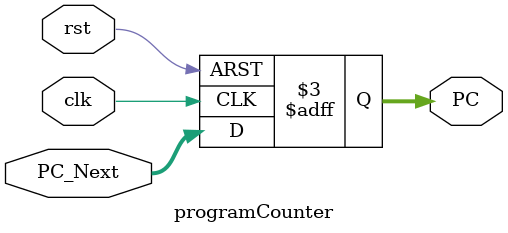
<source format=sv>
`timescale 1ns / 1ps


module programCounter( output logic [31:0] PC, 
    input logic clk, 
    input logic rst,
    input logic [31:0] PC_Next 
    );
    always@(posedge clk or negedge rst) begin
        if(!rst)
            PC <= 32'h00000000;
        else
            PC <= PC_Next;
    end
endmodule



</source>
